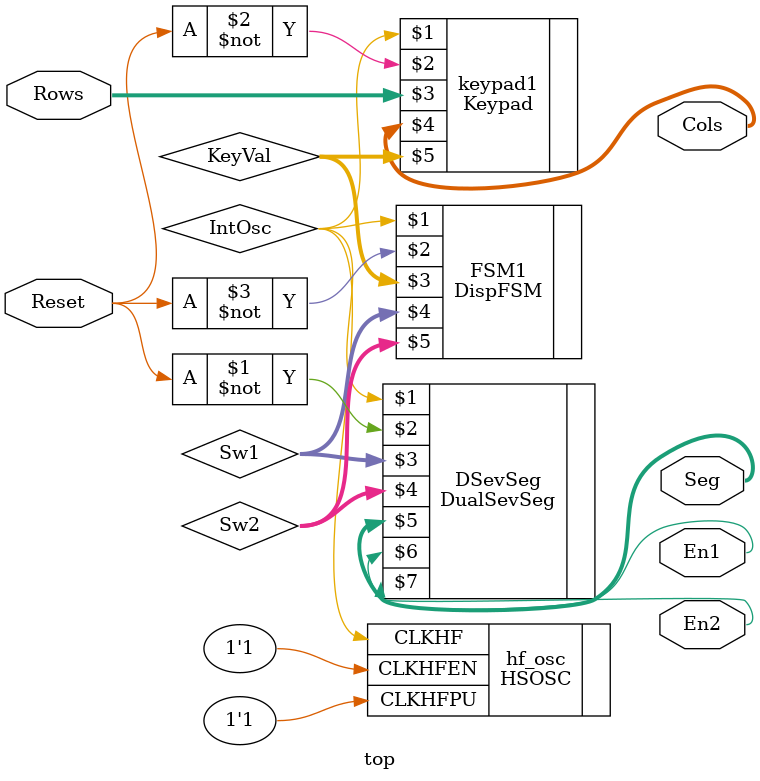
<source format=sv>
module top(
	input  logic       Reset,
	input  logic [3:0] Rows,
	output logic [3:0] Cols,
	output logic [6:0] Seg,
	output logic       En1, En2);

	logic IntOsc;
	logic [3:0] Sw1, Sw2;
	logic [15:0] KeyVal;
	
	// Initialize clock at 6MHz
	HSOSC #(.CLKHF_DIV(2'b11)) 
	 hf_osc (.CLKHFPU(1'b1), .CLKHFEN(1'b1), .CLKHF(IntOsc));
	 
	 // Initialize display
	 DualSevSeg DSevSeg(IntOsc, ~Reset, Sw1, Sw2, Seg, En1, En2);
	 
	 //Initialize keypad
	 Keypad keypad1(IntOsc, ~Reset, Rows, Cols, KeyVal);
	 
	 //initialize Fsm
	 DispFSM FSM1(IntOsc, ~Reset, KeyVal, Sw1, Sw2);
endmodule
</source>
